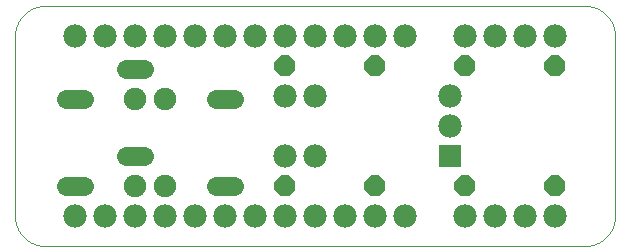
<source format=gbs>
G75*
%MOIN*%
%OFA0B0*%
%FSLAX25Y25*%
%IPPOS*%
%LPD*%
%AMOC8*
5,1,8,0,0,1.08239X$1,22.5*
%
%ADD10C,0.00000*%
%ADD11R,0.07800X0.07800*%
%ADD12C,0.07800*%
%ADD13OC8,0.07000*%
%ADD14C,0.06400*%
%ADD15C,0.07487*%
D10*
X0021300Y0011300D02*
X0201300Y0011300D01*
X0201542Y0011303D01*
X0201783Y0011312D01*
X0202024Y0011326D01*
X0202265Y0011347D01*
X0202505Y0011373D01*
X0202745Y0011405D01*
X0202984Y0011443D01*
X0203221Y0011486D01*
X0203458Y0011536D01*
X0203693Y0011591D01*
X0203927Y0011651D01*
X0204159Y0011718D01*
X0204390Y0011789D01*
X0204619Y0011867D01*
X0204846Y0011950D01*
X0205071Y0012038D01*
X0205294Y0012132D01*
X0205514Y0012231D01*
X0205732Y0012336D01*
X0205947Y0012445D01*
X0206160Y0012560D01*
X0206370Y0012680D01*
X0206576Y0012805D01*
X0206780Y0012935D01*
X0206981Y0013070D01*
X0207178Y0013210D01*
X0207372Y0013354D01*
X0207562Y0013503D01*
X0207748Y0013657D01*
X0207931Y0013815D01*
X0208110Y0013977D01*
X0208285Y0014144D01*
X0208456Y0014315D01*
X0208623Y0014490D01*
X0208785Y0014669D01*
X0208943Y0014852D01*
X0209097Y0015038D01*
X0209246Y0015228D01*
X0209390Y0015422D01*
X0209530Y0015619D01*
X0209665Y0015820D01*
X0209795Y0016024D01*
X0209920Y0016230D01*
X0210040Y0016440D01*
X0210155Y0016653D01*
X0210264Y0016868D01*
X0210369Y0017086D01*
X0210468Y0017306D01*
X0210562Y0017529D01*
X0210650Y0017754D01*
X0210733Y0017981D01*
X0210811Y0018210D01*
X0210882Y0018441D01*
X0210949Y0018673D01*
X0211009Y0018907D01*
X0211064Y0019142D01*
X0211114Y0019379D01*
X0211157Y0019616D01*
X0211195Y0019855D01*
X0211227Y0020095D01*
X0211253Y0020335D01*
X0211274Y0020576D01*
X0211288Y0020817D01*
X0211297Y0021058D01*
X0211300Y0021300D01*
X0211300Y0081300D01*
X0211297Y0081542D01*
X0211288Y0081783D01*
X0211274Y0082024D01*
X0211253Y0082265D01*
X0211227Y0082505D01*
X0211195Y0082745D01*
X0211157Y0082984D01*
X0211114Y0083221D01*
X0211064Y0083458D01*
X0211009Y0083693D01*
X0210949Y0083927D01*
X0210882Y0084159D01*
X0210811Y0084390D01*
X0210733Y0084619D01*
X0210650Y0084846D01*
X0210562Y0085071D01*
X0210468Y0085294D01*
X0210369Y0085514D01*
X0210264Y0085732D01*
X0210155Y0085947D01*
X0210040Y0086160D01*
X0209920Y0086370D01*
X0209795Y0086576D01*
X0209665Y0086780D01*
X0209530Y0086981D01*
X0209390Y0087178D01*
X0209246Y0087372D01*
X0209097Y0087562D01*
X0208943Y0087748D01*
X0208785Y0087931D01*
X0208623Y0088110D01*
X0208456Y0088285D01*
X0208285Y0088456D01*
X0208110Y0088623D01*
X0207931Y0088785D01*
X0207748Y0088943D01*
X0207562Y0089097D01*
X0207372Y0089246D01*
X0207178Y0089390D01*
X0206981Y0089530D01*
X0206780Y0089665D01*
X0206576Y0089795D01*
X0206370Y0089920D01*
X0206160Y0090040D01*
X0205947Y0090155D01*
X0205732Y0090264D01*
X0205514Y0090369D01*
X0205294Y0090468D01*
X0205071Y0090562D01*
X0204846Y0090650D01*
X0204619Y0090733D01*
X0204390Y0090811D01*
X0204159Y0090882D01*
X0203927Y0090949D01*
X0203693Y0091009D01*
X0203458Y0091064D01*
X0203221Y0091114D01*
X0202984Y0091157D01*
X0202745Y0091195D01*
X0202505Y0091227D01*
X0202265Y0091253D01*
X0202024Y0091274D01*
X0201783Y0091288D01*
X0201542Y0091297D01*
X0201300Y0091300D01*
X0021300Y0091300D01*
X0021058Y0091297D01*
X0020817Y0091288D01*
X0020576Y0091274D01*
X0020335Y0091253D01*
X0020095Y0091227D01*
X0019855Y0091195D01*
X0019616Y0091157D01*
X0019379Y0091114D01*
X0019142Y0091064D01*
X0018907Y0091009D01*
X0018673Y0090949D01*
X0018441Y0090882D01*
X0018210Y0090811D01*
X0017981Y0090733D01*
X0017754Y0090650D01*
X0017529Y0090562D01*
X0017306Y0090468D01*
X0017086Y0090369D01*
X0016868Y0090264D01*
X0016653Y0090155D01*
X0016440Y0090040D01*
X0016230Y0089920D01*
X0016024Y0089795D01*
X0015820Y0089665D01*
X0015619Y0089530D01*
X0015422Y0089390D01*
X0015228Y0089246D01*
X0015038Y0089097D01*
X0014852Y0088943D01*
X0014669Y0088785D01*
X0014490Y0088623D01*
X0014315Y0088456D01*
X0014144Y0088285D01*
X0013977Y0088110D01*
X0013815Y0087931D01*
X0013657Y0087748D01*
X0013503Y0087562D01*
X0013354Y0087372D01*
X0013210Y0087178D01*
X0013070Y0086981D01*
X0012935Y0086780D01*
X0012805Y0086576D01*
X0012680Y0086370D01*
X0012560Y0086160D01*
X0012445Y0085947D01*
X0012336Y0085732D01*
X0012231Y0085514D01*
X0012132Y0085294D01*
X0012038Y0085071D01*
X0011950Y0084846D01*
X0011867Y0084619D01*
X0011789Y0084390D01*
X0011718Y0084159D01*
X0011651Y0083927D01*
X0011591Y0083693D01*
X0011536Y0083458D01*
X0011486Y0083221D01*
X0011443Y0082984D01*
X0011405Y0082745D01*
X0011373Y0082505D01*
X0011347Y0082265D01*
X0011326Y0082024D01*
X0011312Y0081783D01*
X0011303Y0081542D01*
X0011300Y0081300D01*
X0011300Y0021300D01*
X0011303Y0021058D01*
X0011312Y0020817D01*
X0011326Y0020576D01*
X0011347Y0020335D01*
X0011373Y0020095D01*
X0011405Y0019855D01*
X0011443Y0019616D01*
X0011486Y0019379D01*
X0011536Y0019142D01*
X0011591Y0018907D01*
X0011651Y0018673D01*
X0011718Y0018441D01*
X0011789Y0018210D01*
X0011867Y0017981D01*
X0011950Y0017754D01*
X0012038Y0017529D01*
X0012132Y0017306D01*
X0012231Y0017086D01*
X0012336Y0016868D01*
X0012445Y0016653D01*
X0012560Y0016440D01*
X0012680Y0016230D01*
X0012805Y0016024D01*
X0012935Y0015820D01*
X0013070Y0015619D01*
X0013210Y0015422D01*
X0013354Y0015228D01*
X0013503Y0015038D01*
X0013657Y0014852D01*
X0013815Y0014669D01*
X0013977Y0014490D01*
X0014144Y0014315D01*
X0014315Y0014144D01*
X0014490Y0013977D01*
X0014669Y0013815D01*
X0014852Y0013657D01*
X0015038Y0013503D01*
X0015228Y0013354D01*
X0015422Y0013210D01*
X0015619Y0013070D01*
X0015820Y0012935D01*
X0016024Y0012805D01*
X0016230Y0012680D01*
X0016440Y0012560D01*
X0016653Y0012445D01*
X0016868Y0012336D01*
X0017086Y0012231D01*
X0017306Y0012132D01*
X0017529Y0012038D01*
X0017754Y0011950D01*
X0017981Y0011867D01*
X0018210Y0011789D01*
X0018441Y0011718D01*
X0018673Y0011651D01*
X0018907Y0011591D01*
X0019142Y0011536D01*
X0019379Y0011486D01*
X0019616Y0011443D01*
X0019855Y0011405D01*
X0020095Y0011373D01*
X0020335Y0011347D01*
X0020576Y0011326D01*
X0020817Y0011312D01*
X0021058Y0011303D01*
X0021300Y0011300D01*
D11*
X0156300Y0041300D03*
D12*
X0156300Y0051300D03*
X0156300Y0061300D03*
X0161300Y0081300D03*
X0171300Y0081300D03*
X0181300Y0081300D03*
X0191300Y0081300D03*
X0141300Y0081300D03*
X0131300Y0081300D03*
X0121300Y0081300D03*
X0111300Y0081300D03*
X0101300Y0081300D03*
X0091300Y0081300D03*
X0081300Y0081300D03*
X0071300Y0081300D03*
X0061300Y0081300D03*
X0051300Y0081300D03*
X0041300Y0081300D03*
X0031300Y0081300D03*
X0101300Y0061300D03*
X0111300Y0061300D03*
X0111300Y0041300D03*
X0101300Y0041300D03*
X0101300Y0021300D03*
X0091300Y0021300D03*
X0081300Y0021300D03*
X0071300Y0021300D03*
X0061300Y0021300D03*
X0051300Y0021300D03*
X0041300Y0021300D03*
X0031300Y0021300D03*
X0111300Y0021300D03*
X0121300Y0021300D03*
X0131300Y0021300D03*
X0141300Y0021300D03*
X0161300Y0021300D03*
X0171300Y0021300D03*
X0181300Y0021300D03*
X0191300Y0021300D03*
D13*
X0191300Y0031300D03*
X0161300Y0031300D03*
X0131300Y0031300D03*
X0101300Y0031300D03*
X0101300Y0071300D03*
X0131300Y0071300D03*
X0161300Y0071300D03*
X0191300Y0071300D03*
D14*
X0084300Y0060300D02*
X0078300Y0060300D01*
X0054300Y0070300D02*
X0048300Y0070300D01*
X0034300Y0060300D02*
X0028300Y0060300D01*
X0048300Y0041300D02*
X0054300Y0041300D01*
X0034300Y0031300D02*
X0028300Y0031300D01*
X0078300Y0031300D02*
X0084300Y0031300D01*
D15*
X0061300Y0031300D03*
X0051300Y0031300D03*
X0051300Y0060300D03*
X0061300Y0060300D03*
M02*

</source>
